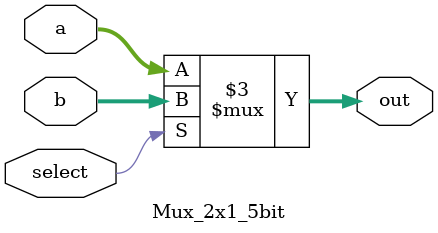
<source format=v>
`timescale 1ns / 1ps

module Mux_2x1_5bit(input wire [4:0] a, input wire [4:0] b, input wire select, output reg[4:0] out);
	always @(*)
		begin 
			if(select)
				out = b;
			else out = a;
		end
endmodule
</source>
